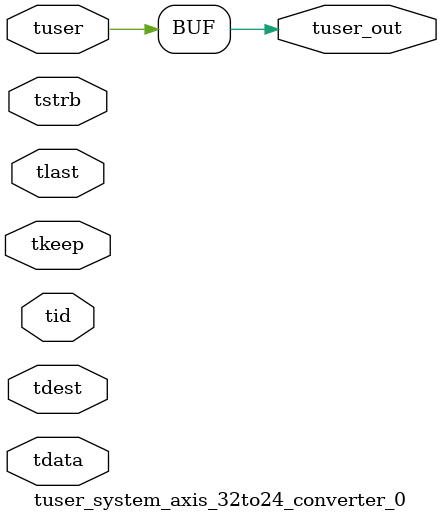
<source format=v>


`timescale 1ps/1ps

module tuser_system_axis_32to24_converter_0 #
(
parameter C_S_AXIS_TUSER_WIDTH = 1,
parameter C_S_AXIS_TDATA_WIDTH = 32,
parameter C_S_AXIS_TID_WIDTH   = 0,
parameter C_S_AXIS_TDEST_WIDTH = 0,
parameter C_M_AXIS_TUSER_WIDTH = 1
)
(
input  [(C_S_AXIS_TUSER_WIDTH == 0 ? 1 : C_S_AXIS_TUSER_WIDTH)-1:0     ] tuser,
input  [(C_S_AXIS_TDATA_WIDTH == 0 ? 1 : C_S_AXIS_TDATA_WIDTH)-1:0     ] tdata,
input  [(C_S_AXIS_TID_WIDTH   == 0 ? 1 : C_S_AXIS_TID_WIDTH)-1:0       ] tid,
input  [(C_S_AXIS_TDEST_WIDTH == 0 ? 1 : C_S_AXIS_TDEST_WIDTH)-1:0     ] tdest,
input  [(C_S_AXIS_TDATA_WIDTH/8)-1:0 ] tkeep,
input  [(C_S_AXIS_TDATA_WIDTH/8)-1:0 ] tstrb,
input                                                                    tlast,
output [C_M_AXIS_TUSER_WIDTH-1:0] tuser_out
);

assign tuser_out = {tuser[0:0]};

endmodule


</source>
